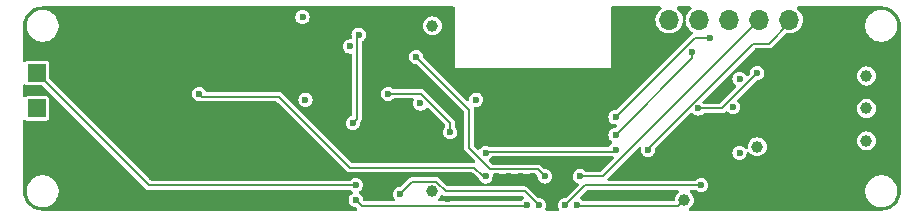
<source format=gbl>
G04 #@! TF.GenerationSoftware,KiCad,Pcbnew,8.0.4*
G04 #@! TF.CreationDate,2025-02-17T13:51:32+11:00*
G04 #@! TF.ProjectId,LSG,4c53472e-6b69-4636-9164-5f7063625858,rev?*
G04 #@! TF.SameCoordinates,Original*
G04 #@! TF.FileFunction,Copper,L4,Bot*
G04 #@! TF.FilePolarity,Positive*
%FSLAX46Y46*%
G04 Gerber Fmt 4.6, Leading zero omitted, Abs format (unit mm)*
G04 Created by KiCad (PCBNEW 8.0.4) date 2025-02-17 13:51:32*
%MOMM*%
%LPD*%
G01*
G04 APERTURE LIST*
G04 #@! TA.AperFunction,ComponentPad*
%ADD10C,1.000000*%
G04 #@! TD*
G04 #@! TA.AperFunction,ComponentPad*
%ADD11R,1.500000X1.500000*%
G04 #@! TD*
G04 #@! TA.AperFunction,ComponentPad*
%ADD12O,1.700000X1.100000*%
G04 #@! TD*
G04 #@! TA.AperFunction,ComponentPad*
%ADD13R,1.700000X1.700000*%
G04 #@! TD*
G04 #@! TA.AperFunction,ComponentPad*
%ADD14O,1.700000X1.700000*%
G04 #@! TD*
G04 #@! TA.AperFunction,ViaPad*
%ADD15C,0.600000*%
G04 #@! TD*
G04 #@! TA.AperFunction,ViaPad*
%ADD16C,1.000000*%
G04 #@! TD*
G04 #@! TA.AperFunction,Conductor*
%ADD17C,0.200000*%
G04 #@! TD*
G04 APERTURE END LIST*
D10*
X-2500000Y7000000D03*
D11*
X-36000000Y-3000000D03*
D10*
X18825000Y-7750000D03*
D12*
X32000000Y-4320000D03*
X35800000Y-4320000D03*
X32000000Y4320000D03*
X35800000Y4320000D03*
D11*
X-36000000Y3000000D03*
D13*
X15000000Y7500000D03*
D14*
X17540000Y7500000D03*
X20080000Y7500000D03*
X22620000Y7500000D03*
X25160000Y7500000D03*
X27700000Y7500000D03*
D11*
X-36000000Y0D03*
D10*
X-2500000Y-7000000D03*
D15*
X-1180000Y-7630000D03*
X-16000000Y-1000000D03*
X29500000Y5500000D03*
X10000000Y-750000D03*
X29500000Y2250000D03*
X-27000000Y-4500000D03*
X10000000Y-4750000D03*
X8000000Y1250000D03*
X4000000Y-2250000D03*
X-5250000Y-500000D03*
X-33500000Y4250000D03*
X5000000Y1250000D03*
X14250000Y-7500000D03*
X5000000Y-5750000D03*
X-15000000Y-4500000D03*
X17000000Y4750000D03*
X4000000Y-5750000D03*
X-11750000Y-1000000D03*
X10000000Y250000D03*
X3000000Y1250000D03*
X10000000Y-1750000D03*
X6000000Y-2250000D03*
X4000000Y-250000D03*
X7000000Y1250000D03*
X2000000Y1250000D03*
X10000000Y-2750000D03*
X-9000000Y-3000000D03*
X6000000Y-250000D03*
X8000000Y-5750000D03*
X4000000Y-4250000D03*
X8000000Y-250000D03*
X-7250000Y-500000D03*
X3000000Y-5750000D03*
X9000000Y1250000D03*
X10000000Y1250000D03*
X8000000Y-2250000D03*
X2000000Y-750000D03*
X2000000Y-2750000D03*
X8000000Y-4250000D03*
X2000000Y-1750000D03*
X-33500000Y-4250000D03*
X9000000Y-5750000D03*
X4000000Y1250000D03*
X26750000Y-1750000D03*
X6000000Y-5750000D03*
X-27000000Y-1000000D03*
X6000000Y-4250000D03*
X6000000Y1250000D03*
X-6500000Y7500000D03*
X-15000000Y4500000D03*
X13750000Y4500000D03*
X-27000000Y4500000D03*
X27000000Y1000000D03*
X2000000Y250000D03*
X-13500000Y7750000D03*
D16*
X25000000Y-3250000D03*
D15*
X23500000Y2500000D03*
X22972947Y124419D03*
X-9500000Y5250000D03*
X-13250000Y750000D03*
X1199997Y750000D03*
X-3521772Y423242D03*
X-9000000Y-7750000D03*
X5500000Y-8200000D03*
D16*
X34250000Y-2750000D03*
X34250000Y2750000D03*
D15*
X23500000Y-3750000D03*
D16*
X34250000Y0D03*
D15*
X-8750000Y6250000D03*
X-9250000Y-1250000D03*
X-6250000Y1250000D03*
X-1000000Y-2000000D03*
X10000000Y-5750000D03*
X13000000Y-3500000D03*
X15750000Y-3500000D03*
X2000000Y-3750000D03*
X2000000Y-5750000D03*
X-22250000Y1250000D03*
X25000000Y3000000D03*
X20000000Y0D03*
X21000000Y6000000D03*
X13000000Y-750000D03*
X19500000Y4750000D03*
X13000000Y-2250000D03*
X-9000000Y-6500000D03*
X9750000Y-8200000D03*
X20250000Y-6500000D03*
X8750000Y-8200000D03*
X6500000Y-8200000D03*
X-5250000Y-7250000D03*
X7000000Y-5750000D03*
X-3875000Y4375000D03*
D17*
X-9000000Y-6500000D02*
X-26500000Y-6500000D01*
X-26500000Y-6500000D02*
X-36000000Y3000000D01*
X-8500000Y-8250000D02*
X-9000000Y-7750000D01*
X5500000Y-8200000D02*
X5450000Y-8250000D01*
X5450000Y-8250000D02*
X-8500000Y-8250000D01*
X-8900000Y-900000D02*
X-9250000Y-1250000D01*
X-8750000Y6250000D02*
X-8900000Y6100000D01*
X-8900000Y6100000D02*
X-8900000Y-900000D01*
X-1000000Y-1250000D02*
X-3500000Y1250000D01*
X-1000000Y-2000000D02*
X-1000000Y-1250000D01*
X-3500000Y1250000D02*
X-6250000Y1250000D01*
X10000000Y-5750000D02*
X11910000Y-5750000D01*
X11910000Y-5750000D02*
X25160000Y7500000D01*
X27700000Y7200000D02*
X27700000Y7500000D01*
X12850000Y-3650000D02*
X13000000Y-3500000D01*
X2000000Y-3750000D02*
X2100000Y-3650000D01*
X26000000Y5500000D02*
X27700000Y7200000D01*
X15750000Y-3401471D02*
X24651471Y5500000D01*
X24651471Y5500000D02*
X26000000Y5500000D01*
X2100000Y-3650000D02*
X12850000Y-3650000D01*
X15750000Y-3500000D02*
X15750000Y-3401471D01*
X-15500000Y1000000D02*
X-22000000Y1000000D01*
X-22000000Y1000000D02*
X-22250000Y1250000D01*
X2000000Y-5750000D02*
X1802941Y-5750000D01*
X-9500000Y-5000000D02*
X-15500000Y1000000D01*
X1802941Y-5750000D02*
X1052941Y-5000000D01*
X1052941Y-5000000D02*
X-9500000Y-5000000D01*
X22000000Y0D02*
X20000000Y0D01*
X25000000Y3000000D02*
X22000000Y0D01*
X21000000Y6000000D02*
X19750000Y6000000D01*
X19750000Y6000000D02*
X13000000Y-750000D01*
X19500000Y4250000D02*
X19500000Y4750000D01*
X13000000Y-2250000D02*
X19500000Y4250000D01*
X18325000Y-8250000D02*
X18825000Y-7750000D01*
X9750000Y-8200000D02*
X9800000Y-8250000D01*
X9800000Y-8250000D02*
X18325000Y-8250000D01*
X10450000Y-6500000D02*
X20250000Y-6500000D01*
X8750000Y-8200000D02*
X10450000Y-6500000D01*
X6500000Y-8200000D02*
X5300000Y-7000000D01*
X5300000Y-7000000D02*
X-1368629Y-7000000D01*
X-2168629Y-6200000D02*
X-4200000Y-6200000D01*
X-1368629Y-7000000D02*
X-2168629Y-6200000D01*
X-4200000Y-6200000D02*
X-5250000Y-7250000D01*
X7000000Y-5750000D02*
X6400000Y-5150000D01*
X599997Y-99997D02*
X599997Y-3349997D01*
X-3875000Y4375000D02*
X599997Y-99997D01*
X599997Y-3349997D02*
X2000000Y-4750000D01*
X6400000Y-5150000D02*
X2400000Y-5150000D01*
X2400000Y-5150000D02*
X2000000Y-4750000D01*
G04 #@! TA.AperFunction,Conductor*
G36*
X-36944297Y2018880D02*
G01*
X-36937819Y2012848D01*
X-36922765Y1997794D01*
X-36819992Y1952415D01*
X-36794868Y1949500D01*
X-36794865Y1949500D01*
X-35567255Y1949500D01*
X-35500216Y1929815D01*
X-35479574Y1913181D01*
X-26745913Y-6820480D01*
X-26654588Y-6873207D01*
X-26552727Y-6900500D01*
X-26447273Y-6900500D01*
X-9506580Y-6900500D01*
X-9439541Y-6920185D01*
X-9431094Y-6926124D01*
X-9428282Y-6928281D01*
X-9428282Y-6928282D01*
X-9342053Y-6994448D01*
X-9300120Y-7026624D01*
X-9258917Y-7083052D01*
X-9254762Y-7152798D01*
X-9288974Y-7213718D01*
X-9300120Y-7223376D01*
X-9428280Y-7321716D01*
X-9428280Y-7321717D01*
X-9428282Y-7321718D01*
X-9524536Y-7447159D01*
X-9585044Y-7593238D01*
X-9585044Y-7593239D01*
X-9605681Y-7749996D01*
X-9605682Y-7750000D01*
X-9585044Y-7906762D01*
X-9524536Y-8052841D01*
X-9428282Y-8178282D01*
X-9302841Y-8274536D01*
X-9156762Y-8335044D01*
X-9000000Y-8355682D01*
X-8999997Y-8355681D01*
X-8996485Y-8356144D01*
X-8932589Y-8384410D01*
X-8924997Y-8391394D01*
X-8899619Y-8416771D01*
X-8878572Y-8437820D01*
X-8845088Y-8499143D01*
X-8850073Y-8568835D01*
X-8891945Y-8624768D01*
X-8957409Y-8649184D01*
X-8966254Y-8649500D01*
X-35495572Y-8649500D01*
X-35504418Y-8649184D01*
X-35725904Y-8633343D01*
X-35743416Y-8630825D01*
X-35956047Y-8584570D01*
X-35973023Y-8579586D01*
X-36176920Y-8503536D01*
X-36193013Y-8496186D01*
X-36384004Y-8391897D01*
X-36398887Y-8382332D01*
X-36573093Y-8251923D01*
X-36586464Y-8240337D01*
X-36740337Y-8086464D01*
X-36751923Y-8073093D01*
X-36882332Y-7898887D01*
X-36891897Y-7884004D01*
X-36996186Y-7693013D01*
X-37003536Y-7676920D01*
X-37079586Y-7473023D01*
X-37084570Y-7456047D01*
X-37130825Y-7243416D01*
X-37133343Y-7225904D01*
X-37149184Y-7004418D01*
X-37149500Y-6995572D01*
X-37149500Y-6893714D01*
X-36850501Y-6893714D01*
X-36850501Y-7106288D01*
X-36817247Y-7316244D01*
X-36751558Y-7518413D01*
X-36655052Y-7707817D01*
X-36655050Y-7707820D01*
X-36655049Y-7707821D01*
X-36530110Y-7879787D01*
X-36530107Y-7879789D01*
X-36530105Y-7879793D01*
X-36379793Y-8030105D01*
X-36379789Y-8030107D01*
X-36379787Y-8030110D01*
X-36302221Y-8086464D01*
X-36207817Y-8155052D01*
X-36018413Y-8251558D01*
X-35816244Y-8317247D01*
X-35606288Y-8350501D01*
X-35606287Y-8350501D01*
X-35393715Y-8350501D01*
X-35393714Y-8350501D01*
X-35183758Y-8317247D01*
X-34981589Y-8251558D01*
X-34792185Y-8155052D01*
X-34792182Y-8155050D01*
X-34792180Y-8155049D01*
X-34620214Y-8030110D01*
X-34469891Y-7879787D01*
X-34344952Y-7707821D01*
X-34248445Y-7518415D01*
X-34243196Y-7502262D01*
X-34182755Y-7316244D01*
X-34172262Y-7249998D01*
X-34149501Y-7106287D01*
X-34149501Y-6893714D01*
X-34182754Y-6683761D01*
X-34248445Y-6481586D01*
X-34344952Y-6292180D01*
X-34469891Y-6120214D01*
X-34620214Y-5969891D01*
X-34792180Y-5844952D01*
X-34981586Y-5748445D01*
X-35183761Y-5682754D01*
X-35183760Y-5682754D01*
X-35354203Y-5655758D01*
X-35393714Y-5649501D01*
X-35606288Y-5649501D01*
X-35669645Y-5659535D01*
X-35816240Y-5682754D01*
X-35816242Y-5682754D01*
X-35816244Y-5682755D01*
X-36018413Y-5748444D01*
X-36018414Y-5748444D01*
X-36018415Y-5748445D01*
X-36207821Y-5844952D01*
X-36379787Y-5969891D01*
X-36530110Y-6120214D01*
X-36655049Y-6292180D01*
X-36655050Y-6292182D01*
X-36655052Y-6292185D01*
X-36751558Y-6481589D01*
X-36817247Y-6683758D01*
X-36850501Y-6893714D01*
X-37149500Y-6893714D01*
X-37149500Y-1074832D01*
X-37129815Y-1007793D01*
X-37077011Y-962038D01*
X-37007853Y-952094D01*
X-36944297Y-981119D01*
X-36937831Y-987139D01*
X-36922765Y-1002206D01*
X-36819991Y-1047585D01*
X-36794865Y-1050500D01*
X-35205136Y-1050499D01*
X-35205122Y-1050497D01*
X-35205117Y-1050497D01*
X-35180012Y-1047586D01*
X-35180010Y-1047585D01*
X-35180009Y-1047585D01*
X-35077235Y-1002206D01*
X-34997794Y-922765D01*
X-34968301Y-855970D01*
X-34952415Y-819993D01*
X-34952415Y-819991D01*
X-34949500Y-794868D01*
X-34949500Y794856D01*
X-34949502Y794882D01*
X-34952413Y819987D01*
X-34952415Y819991D01*
X-34997793Y922764D01*
X-35077234Y1002205D01*
X-35077235Y1002206D01*
X-35180009Y1047585D01*
X-35205135Y1050500D01*
X-36794864Y1050499D01*
X-36794879Y1050497D01*
X-36794882Y1050497D01*
X-36819987Y1047586D01*
X-36819988Y1047585D01*
X-36819991Y1047585D01*
X-36922765Y1002206D01*
X-36937819Y987152D01*
X-36999142Y953667D01*
X-37068834Y958651D01*
X-37124767Y1000523D01*
X-37149184Y1065987D01*
X-37149500Y1074833D01*
X-37149500Y1925167D01*
X-37129815Y1992206D01*
X-37077011Y2037961D01*
X-37007853Y2047905D01*
X-36944297Y2018880D01*
G37*
G04 #@! TD.AperFunction*
G04 #@! TA.AperFunction,Conductor*
G36*
X-656961Y8629815D02*
G01*
X-611206Y8577011D01*
X-600000Y8525500D01*
X-600000Y3400000D01*
X12600000Y3400000D01*
X12600000Y8525500D01*
X12619685Y8592539D01*
X12672489Y8638294D01*
X12724000Y8649500D01*
X16775224Y8649500D01*
X16842263Y8629815D01*
X16888018Y8577011D01*
X16897962Y8507853D01*
X16868937Y8444297D01*
X16847728Y8426229D01*
X16848274Y8425508D01*
X16843703Y8422056D01*
X16843699Y8422053D01*
X16843698Y8422052D01*
X16728733Y8317247D01*
X16686127Y8278406D01*
X16557632Y8108253D01*
X16462596Y7917394D01*
X16462596Y7917392D01*
X16462595Y7917389D01*
X16453096Y7884004D01*
X16404244Y7712310D01*
X16384571Y7500000D01*
X16384571Y7499999D01*
X16404244Y7287689D01*
X16462596Y7082607D01*
X16462596Y7082605D01*
X16557632Y6891746D01*
X16686127Y6721593D01*
X16843699Y6577947D01*
X17024980Y6465702D01*
X17024982Y6465701D01*
X17223794Y6388682D01*
X17223802Y6388679D01*
X17433390Y6349500D01*
X17433392Y6349500D01*
X17646608Y6349500D01*
X17646610Y6349500D01*
X17856198Y6388679D01*
X18007448Y6447273D01*
X18055017Y6465701D01*
X18055019Y6465702D01*
X18150039Y6524536D01*
X18236302Y6577948D01*
X18393872Y6721593D01*
X18522366Y6891745D01*
X18522367Y6891746D01*
X18617403Y7082605D01*
X18617403Y7082607D01*
X18617405Y7082611D01*
X18675756Y7287690D01*
X18686529Y7403951D01*
X18712315Y7468888D01*
X18756869Y7500804D01*
X18720497Y7521668D01*
X18688307Y7583681D01*
X18686529Y7596048D01*
X18679035Y7676920D01*
X18675756Y7712310D01*
X18617405Y7917389D01*
X18592981Y7966439D01*
X18522367Y8108253D01*
X18522366Y8108253D01*
X18522366Y8108255D01*
X18393872Y8278407D01*
X18236302Y8422052D01*
X18236296Y8422056D01*
X18231726Y8425508D01*
X18233052Y8427264D01*
X18192862Y8472102D01*
X18181759Y8541084D01*
X18209713Y8605118D01*
X18267849Y8643874D01*
X18304776Y8649500D01*
X19315224Y8649500D01*
X19382263Y8629815D01*
X19428018Y8577011D01*
X19437962Y8507853D01*
X19408937Y8444297D01*
X19387728Y8426229D01*
X19388274Y8425508D01*
X19383703Y8422056D01*
X19383699Y8422053D01*
X19383698Y8422052D01*
X19268733Y8317247D01*
X19226127Y8278406D01*
X19097632Y8108253D01*
X19002596Y7917394D01*
X19002596Y7917392D01*
X19002595Y7917389D01*
X18993096Y7884004D01*
X18944244Y7712310D01*
X18933471Y7596048D01*
X18907685Y7531111D01*
X18863130Y7499194D01*
X18899503Y7478331D01*
X18931693Y7416318D01*
X18933471Y7403951D01*
X18944244Y7287689D01*
X19002596Y7082607D01*
X19002596Y7082605D01*
X19097632Y6891746D01*
X19226127Y6721593D01*
X19383700Y6577945D01*
X19483963Y6515865D01*
X19530598Y6463837D01*
X19541701Y6394855D01*
X19513747Y6330821D01*
X19506365Y6322757D01*
X19504089Y6320481D01*
X19504087Y6320480D01*
X19457818Y6274211D01*
X19425189Y6241582D01*
X19425179Y6241571D01*
X13075008Y-108597D01*
X13013685Y-142082D01*
X13003513Y-143855D01*
X12843238Y-164956D01*
X12843237Y-164956D01*
X12697160Y-225463D01*
X12571718Y-321718D01*
X12475463Y-447160D01*
X12414956Y-593237D01*
X12414955Y-593239D01*
X12394318Y-749998D01*
X12394318Y-750001D01*
X12414955Y-906760D01*
X12414956Y-906762D01*
X12475464Y-1052841D01*
X12571718Y-1178282D01*
X12697159Y-1274536D01*
X12843238Y-1335044D01*
X13000000Y-1355682D01*
X13015475Y-1353644D01*
X13084506Y-1364408D01*
X13136764Y-1410786D01*
X13155651Y-1478054D01*
X13135173Y-1544855D01*
X13119341Y-1564264D01*
X13075008Y-1608597D01*
X13013685Y-1642082D01*
X13003513Y-1643855D01*
X12843238Y-1664956D01*
X12843237Y-1664956D01*
X12697160Y-1725463D01*
X12571718Y-1821718D01*
X12475463Y-1947160D01*
X12414956Y-2093237D01*
X12414955Y-2093239D01*
X12394318Y-2249998D01*
X12394318Y-2250001D01*
X12414955Y-2406760D01*
X12414956Y-2406762D01*
X12475464Y-2552841D01*
X12571718Y-2678282D01*
X12662234Y-2747737D01*
X12699880Y-2776624D01*
X12741082Y-2833053D01*
X12745237Y-2902799D01*
X12711024Y-2963719D01*
X12699880Y-2973376D01*
X12697159Y-2975464D01*
X12571718Y-3071718D01*
X12485482Y-3184104D01*
X12472527Y-3200987D01*
X12416099Y-3242189D01*
X12374151Y-3249500D01*
X2376257Y-3249500D01*
X2309218Y-3229815D01*
X2303900Y-3226075D01*
X2302836Y-3225461D01*
X2156765Y-3164957D01*
X2156760Y-3164955D01*
X2000001Y-3144318D01*
X1999999Y-3144318D01*
X1843239Y-3164955D01*
X1843237Y-3164956D01*
X1697160Y-3225463D01*
X1665188Y-3249996D01*
X1571718Y-3321718D01*
X1489203Y-3429255D01*
X1470516Y-3453608D01*
X1468050Y-3451716D01*
X1428102Y-3489787D01*
X1359492Y-3502991D01*
X1294634Y-3477006D01*
X1283630Y-3467237D01*
X1036816Y-3220423D01*
X1003331Y-3159100D01*
X1000497Y-3132742D01*
X1000497Y-47272D01*
X1000497Y-47271D01*
X1000497Y-47270D01*
X988020Y-704D01*
X989683Y69142D01*
X1028845Y127005D01*
X1093074Y154509D01*
X1123979Y154325D01*
X1199994Y144318D01*
X1199997Y144318D01*
X1199998Y144318D01*
X1356757Y164955D01*
X1356759Y164956D01*
X1502836Y225463D01*
X1502838Y225464D01*
X1628279Y321718D01*
X1724533Y447159D01*
X1785041Y593238D01*
X1802449Y725464D01*
X1805679Y749998D01*
X1805679Y750001D01*
X1785041Y906760D01*
X1785041Y906762D01*
X1724533Y1052841D01*
X1628279Y1178282D01*
X1502838Y1274536D01*
X1356759Y1335044D01*
X1252251Y1348802D01*
X1199998Y1355682D01*
X1199996Y1355682D01*
X1121616Y1345363D01*
X1043235Y1335044D01*
X897156Y1274536D01*
X771715Y1178282D01*
X675461Y1052841D01*
X675460Y1052839D01*
X614953Y906762D01*
X614953Y906760D01*
X594802Y753705D01*
X566535Y689809D01*
X508210Y651338D01*
X438346Y650507D01*
X384184Y682208D01*
X-3233597Y4299990D01*
X-3267082Y4361313D01*
X-3268855Y4371485D01*
X-3289956Y4531761D01*
X-3289956Y4531762D01*
X-3350463Y4677839D01*
X-3350464Y4677841D01*
X-3446718Y4803282D01*
X-3572159Y4899536D01*
X-3718238Y4960044D01*
X-3796619Y4970363D01*
X-3874999Y4980682D01*
X-3875001Y4980682D01*
X-3927254Y4973802D01*
X-4031762Y4960044D01*
X-4177841Y4899536D01*
X-4303282Y4803282D01*
X-4399536Y4677841D01*
X-4460044Y4531762D01*
X-4460044Y4531761D01*
X-4460044Y4531760D01*
X-4480682Y4375001D01*
X-4480682Y4374998D01*
X-4472185Y4310458D01*
X-4460044Y4218238D01*
X-4399536Y4072159D01*
X-4303282Y3946718D01*
X-4177841Y3850464D01*
X-4031762Y3789956D01*
X-3975577Y3782559D01*
X-3871485Y3768855D01*
X-3807589Y3740588D01*
X-3799990Y3733597D01*
X163178Y-229571D01*
X196663Y-290894D01*
X199497Y-317252D01*
X199497Y-3297270D01*
X199497Y-3402724D01*
X203476Y-3417573D01*
X226790Y-3504586D01*
X244563Y-3535368D01*
X279517Y-3595910D01*
X279519Y-3595912D01*
X1071426Y-4387819D01*
X1104911Y-4449142D01*
X1099927Y-4518834D01*
X1058055Y-4574767D01*
X992591Y-4599184D01*
X983745Y-4599500D01*
X-9282745Y-4599500D01*
X-9349784Y-4579815D01*
X-9370426Y-4563181D01*
X-14683608Y750001D01*
X-13855682Y750001D01*
X-13855682Y749998D01*
X-13852452Y725464D01*
X-13835044Y593238D01*
X-13774536Y447159D01*
X-13678282Y321718D01*
X-13552841Y225464D01*
X-13552839Y225463D01*
X-13406762Y164956D01*
X-13406760Y164955D01*
X-13250001Y144318D01*
X-13250000Y144318D01*
X-13249999Y144318D01*
X-13093239Y164955D01*
X-13093237Y164956D01*
X-12947160Y225463D01*
X-12821718Y321718D01*
X-12725463Y447160D01*
X-12664956Y593237D01*
X-12664955Y593239D01*
X-12644318Y749998D01*
X-12644318Y750001D01*
X-12664955Y906760D01*
X-12664956Y906762D01*
X-12725463Y1052839D01*
X-12725464Y1052841D01*
X-12821718Y1178282D01*
X-12947159Y1274536D01*
X-13093238Y1335044D01*
X-13171619Y1345363D01*
X-13249999Y1355682D01*
X-13250001Y1355682D01*
X-13302254Y1348802D01*
X-13406762Y1335044D01*
X-13552841Y1274536D01*
X-13678282Y1178282D01*
X-13774536Y1052841D01*
X-13835044Y906762D01*
X-13835044Y906760D01*
X-13855682Y750001D01*
X-14683608Y750001D01*
X-15254084Y1320477D01*
X-15254087Y1320480D01*
X-15345412Y1373207D01*
X-15447273Y1400500D01*
X-15447275Y1400500D01*
X-21579508Y1400500D01*
X-21646547Y1420185D01*
X-21692302Y1472989D01*
X-21694069Y1477047D01*
X-21725463Y1552839D01*
X-21725464Y1552841D01*
X-21821718Y1678282D01*
X-21947159Y1774536D01*
X-22093238Y1835044D01*
X-22171619Y1845363D01*
X-22249999Y1855682D01*
X-22250001Y1855682D01*
X-22302254Y1848802D01*
X-22406762Y1835044D01*
X-22552841Y1774536D01*
X-22678282Y1678282D01*
X-22774536Y1552841D01*
X-22835044Y1406762D01*
X-22855682Y1250000D01*
X-22835044Y1093238D01*
X-22774536Y947159D01*
X-22678282Y821718D01*
X-22552841Y725464D01*
X-22552839Y725463D01*
X-22406762Y664956D01*
X-22406760Y664955D01*
X-22250002Y644318D01*
X-22250001Y644318D01*
X-22250000Y644318D01*
X-22238749Y645799D01*
X-22169714Y635031D01*
X-22160575Y630250D01*
X-22154587Y626793D01*
X-22052727Y599500D01*
X-21947273Y599500D01*
X-15717255Y599500D01*
X-15650216Y579815D01*
X-15629574Y563181D01*
X-9820481Y-5245912D01*
X-9820480Y-5245913D01*
X-9745913Y-5320480D01*
X-9654587Y-5373207D01*
X-9552727Y-5400500D01*
X835686Y-5400500D01*
X902725Y-5420185D01*
X923367Y-5436819D01*
X1412820Y-5926272D01*
X1439700Y-5966500D01*
X1475462Y-6052838D01*
X1475463Y-6052839D01*
X1475464Y-6052841D01*
X1571718Y-6178282D01*
X1697159Y-6274536D01*
X1843238Y-6335044D01*
X1905478Y-6343238D01*
X1976293Y-6352561D01*
X1996922Y-6361686D01*
X2004957Y-6356523D01*
X2023707Y-6352561D01*
X2094514Y-6343239D01*
X2156762Y-6335044D01*
X2302841Y-6274536D01*
X2428282Y-6178282D01*
X2524536Y-6052841D01*
X2585044Y-5906762D01*
X2605682Y-5750000D01*
X2597873Y-5690685D01*
X2608638Y-5621650D01*
X2655018Y-5569394D01*
X2720812Y-5550500D01*
X6182745Y-5550500D01*
X6249784Y-5570185D01*
X6270426Y-5586819D01*
X6358597Y-5674990D01*
X6392082Y-5736313D01*
X6393855Y-5746485D01*
X6414956Y-5906761D01*
X6414956Y-5906762D01*
X6441104Y-5969890D01*
X6475464Y-6052841D01*
X6571718Y-6178282D01*
X6697159Y-6274536D01*
X6843238Y-6335044D01*
X6905478Y-6343238D01*
X6999999Y-6355682D01*
X7000000Y-6355682D01*
X7000001Y-6355682D01*
X7094514Y-6343239D01*
X7156762Y-6335044D01*
X7302841Y-6274536D01*
X7428282Y-6178282D01*
X7524536Y-6052841D01*
X7585044Y-5906762D01*
X7605682Y-5750000D01*
X7605477Y-5748445D01*
X7585044Y-5593239D01*
X7585044Y-5593238D01*
X7524536Y-5447159D01*
X7428282Y-5321718D01*
X7302841Y-5225464D01*
X7156762Y-5164956D01*
X7100577Y-5157559D01*
X6996485Y-5143855D01*
X6932589Y-5115588D01*
X6924990Y-5108597D01*
X6645915Y-4829522D01*
X6645913Y-4829520D01*
X6600250Y-4803156D01*
X6554589Y-4776793D01*
X6503657Y-4763146D01*
X6452727Y-4749500D01*
X6452726Y-4749500D01*
X2617255Y-4749500D01*
X2550216Y-4729815D01*
X2529574Y-4713181D01*
X2282762Y-4466369D01*
X2249277Y-4405046D01*
X2254261Y-4335354D01*
X2296133Y-4279421D01*
X2298554Y-4277824D01*
X2302836Y-4274537D01*
X2302841Y-4274536D01*
X2428282Y-4178282D01*
X2489106Y-4099013D01*
X2545534Y-4057811D01*
X2587482Y-4050500D01*
X12735177Y-4050500D01*
X12782631Y-4059940D01*
X12788688Y-4062449D01*
X12843091Y-4106291D01*
X12865155Y-4172585D01*
X12847875Y-4240284D01*
X12828915Y-4264690D01*
X11780426Y-5313181D01*
X11719103Y-5346666D01*
X11692745Y-5349500D01*
X10506580Y-5349500D01*
X10439541Y-5329815D01*
X10431093Y-5323876D01*
X10428283Y-5321720D01*
X10428282Y-5321718D01*
X10302841Y-5225464D01*
X10156762Y-5164956D01*
X10156760Y-5164955D01*
X10000001Y-5144318D01*
X9999999Y-5144318D01*
X9843239Y-5164955D01*
X9843237Y-5164956D01*
X9697160Y-5225463D01*
X9571718Y-5321718D01*
X9475463Y-5447160D01*
X9414956Y-5593237D01*
X9414955Y-5593239D01*
X9394318Y-5749998D01*
X9394318Y-5750001D01*
X9414955Y-5906760D01*
X9414956Y-5906762D01*
X9441104Y-5969890D01*
X9475464Y-6052841D01*
X9571718Y-6178282D01*
X9697159Y-6274536D01*
X9816973Y-6324164D01*
X9871375Y-6368003D01*
X9893440Y-6434297D01*
X9876161Y-6501997D01*
X9857200Y-6526405D01*
X8825008Y-7558597D01*
X8763685Y-7592082D01*
X8753513Y-7593855D01*
X8593238Y-7614956D01*
X8593237Y-7614956D01*
X8447160Y-7675463D01*
X8321718Y-7771718D01*
X8225463Y-7897160D01*
X8164956Y-8043237D01*
X8164955Y-8043239D01*
X8144318Y-8199998D01*
X8144318Y-8200001D01*
X8164955Y-8356760D01*
X8164956Y-8356762D01*
X8215194Y-8478047D01*
X8222663Y-8547517D01*
X8191388Y-8609996D01*
X8131299Y-8645648D01*
X8100633Y-8649500D01*
X7149367Y-8649500D01*
X7082328Y-8629815D01*
X7036573Y-8577011D01*
X7026629Y-8507853D01*
X7034806Y-8478047D01*
X7045493Y-8452247D01*
X7085044Y-8356762D01*
X7105682Y-8200000D01*
X7099764Y-8155051D01*
X7085044Y-8043239D01*
X7085044Y-8043238D01*
X7024536Y-7897159D01*
X6928282Y-7771718D01*
X6802841Y-7675464D01*
X6790895Y-7670516D01*
X6704597Y-7634770D01*
X6656762Y-7614956D01*
X6600577Y-7607559D01*
X6496485Y-7593855D01*
X6432589Y-7565588D01*
X6424990Y-7558597D01*
X5545915Y-6679522D01*
X5545913Y-6679520D01*
X5484140Y-6643855D01*
X5454589Y-6626793D01*
X5386678Y-6608597D01*
X5352727Y-6599500D01*
X5352726Y-6599500D01*
X2039892Y-6599500D01*
X2000574Y-6587955D01*
X1979214Y-6598019D01*
X1960108Y-6599500D01*
X-1151374Y-6599500D01*
X-1218413Y-6579815D01*
X-1239055Y-6563181D01*
X-1922713Y-5879522D01*
X-1922716Y-5879520D01*
X-2014039Y-5826793D01*
X-2115902Y-5799500D01*
X-4147273Y-5799500D01*
X-4252727Y-5799500D01*
X-4303657Y-5813146D01*
X-4354589Y-5826793D01*
X-4386040Y-5844952D01*
X-4445913Y-5879520D01*
X-4445915Y-5879522D01*
X-5174990Y-6608597D01*
X-5236313Y-6642082D01*
X-5246485Y-6643855D01*
X-5344507Y-6656760D01*
X-5406762Y-6664956D01*
X-5552841Y-6725464D01*
X-5678282Y-6821718D01*
X-5774536Y-6947159D01*
X-5835044Y-7093238D01*
X-5835044Y-7093239D01*
X-5850905Y-7213718D01*
X-5855682Y-7250000D01*
X-5835044Y-7406762D01*
X-5774536Y-7552841D01*
X-5774535Y-7552842D01*
X-5699973Y-7650014D01*
X-5674779Y-7715183D01*
X-5688817Y-7783628D01*
X-5737631Y-7833617D01*
X-5798349Y-7849500D01*
X-8272473Y-7849500D01*
X-8339512Y-7829815D01*
X-8385267Y-7777011D01*
X-8395412Y-7741686D01*
X-8414956Y-7593238D01*
X-8414956Y-7593237D01*
X-8475463Y-7447160D01*
X-8571718Y-7321718D01*
X-8699880Y-7223376D01*
X-8741082Y-7166947D01*
X-8745237Y-7097201D01*
X-8711024Y-7036281D01*
X-8699880Y-7026624D01*
X-8665178Y-6999996D01*
X-8571718Y-6928282D01*
X-8475464Y-6802841D01*
X-8424383Y-6679522D01*
X-8414956Y-6656762D01*
X-8414955Y-6656760D01*
X-8394318Y-6500001D01*
X-8394318Y-6499998D01*
X-8414955Y-6343239D01*
X-8414956Y-6343237D01*
X-8475463Y-6197160D01*
X-8571718Y-6071718D01*
X-8697160Y-5975463D01*
X-8843237Y-5914956D01*
X-8843239Y-5914955D01*
X-8999999Y-5894318D01*
X-9000001Y-5894318D01*
X-9156760Y-5914955D01*
X-9156762Y-5914956D01*
X-9289384Y-5969890D01*
X-9302841Y-5975464D01*
X-9428282Y-6071718D01*
X-9428283Y-6071720D01*
X-9431093Y-6073876D01*
X-9496263Y-6099070D01*
X-9506580Y-6099500D01*
X-26282745Y-6099500D01*
X-26349784Y-6079815D01*
X-26370426Y-6063181D01*
X-34913181Y2479574D01*
X-34946666Y2540897D01*
X-34949500Y2567255D01*
X-34949500Y3794856D01*
X-34949502Y3794882D01*
X-34952413Y3819987D01*
X-34952415Y3819991D01*
X-34997793Y3922764D01*
X-35077234Y4002205D01*
X-35077235Y4002206D01*
X-35180009Y4047585D01*
X-35205135Y4050500D01*
X-36794864Y4050499D01*
X-36794879Y4050497D01*
X-36794882Y4050497D01*
X-36819987Y4047586D01*
X-36819988Y4047585D01*
X-36819991Y4047585D01*
X-36922765Y4002206D01*
X-36937819Y3987152D01*
X-36999142Y3953667D01*
X-37068834Y3958651D01*
X-37124767Y4000523D01*
X-37149184Y4065987D01*
X-37149500Y4074833D01*
X-37149500Y5250001D01*
X-10105682Y5250001D01*
X-10105682Y5249998D01*
X-10096403Y5179520D01*
X-10085044Y5093238D01*
X-10024536Y4947159D01*
X-9928282Y4821718D01*
X-9802841Y4725464D01*
X-9802839Y4725463D01*
X-9656762Y4664956D01*
X-9656760Y4664955D01*
X-9500001Y4644318D01*
X-9500000Y4644318D01*
X-9499997Y4644318D01*
X-9440684Y4652126D01*
X-9371649Y4641360D01*
X-9319393Y4594979D01*
X-9300500Y4529187D01*
X-9300500Y-542221D01*
X-9320185Y-609260D01*
X-9372989Y-655015D01*
X-9399009Y-662489D01*
X-9398912Y-662853D01*
X-9406762Y-664956D01*
X-9552841Y-725464D01*
X-9678282Y-821718D01*
X-9774536Y-947159D01*
X-9835044Y-1093238D01*
X-9855219Y-1246485D01*
X-9855682Y-1250000D01*
X-9835044Y-1406762D01*
X-9774536Y-1552841D01*
X-9678282Y-1678282D01*
X-9552841Y-1774536D01*
X-9406762Y-1835044D01*
X-9344514Y-1843239D01*
X-9250001Y-1855682D01*
X-9250000Y-1855682D01*
X-9249999Y-1855682D01*
X-9155478Y-1843238D01*
X-9093238Y-1835044D01*
X-8947159Y-1774536D01*
X-8821718Y-1678282D01*
X-8725464Y-1552841D01*
X-8700850Y-1493419D01*
X-8664956Y-1406762D01*
X-8664956Y-1406761D01*
X-8643855Y-1246485D01*
X-8615588Y-1182589D01*
X-8608597Y-1174990D01*
X-8579522Y-1145915D01*
X-8579520Y-1145913D01*
X-8549108Y-1093238D01*
X-8526793Y-1054588D01*
X-8526324Y-1052841D01*
X-8507107Y-981119D01*
X-8499499Y-952727D01*
X-8499499Y-847273D01*
X-8499499Y-839678D01*
X-8499500Y-839660D01*
X-8499500Y1250000D01*
X-6855682Y1250000D01*
X-6835044Y1093238D01*
X-6774536Y947159D01*
X-6678282Y821718D01*
X-6552841Y725464D01*
X-6552839Y725463D01*
X-6406762Y664956D01*
X-6406760Y664955D01*
X-6250001Y644318D01*
X-6250000Y644318D01*
X-6249999Y644318D01*
X-6093239Y664955D01*
X-6093237Y664956D01*
X-5947160Y725463D01*
X-5882372Y775177D01*
X-5821718Y821718D01*
X-5821716Y821720D01*
X-5818907Y823876D01*
X-5753737Y849070D01*
X-5743420Y849500D01*
X-4180766Y849500D01*
X-4113727Y829815D01*
X-4067972Y777011D01*
X-4058028Y707853D01*
X-4066204Y678048D01*
X-4106816Y580004D01*
X-4106816Y580002D01*
X-4126790Y428282D01*
X-4127454Y423242D01*
X-4106816Y266480D01*
X-4046308Y120401D01*
X-3950054Y-5040D01*
X-3824613Y-101294D01*
X-3678534Y-161802D01*
X-3574026Y-175560D01*
X-3521773Y-182440D01*
X-3521772Y-182440D01*
X-3521771Y-182440D01*
X-3443391Y-172121D01*
X-3365010Y-161802D01*
X-3218931Y-101294D01*
X-3093490Y-5040D01*
X-3057067Y42427D01*
X-3000641Y83628D01*
X-2930895Y87783D01*
X-2871014Y54621D01*
X-2153904Y-662489D01*
X-1436819Y-1379574D01*
X-1403334Y-1440897D01*
X-1400500Y-1467255D01*
X-1400500Y-1493419D01*
X-1420185Y-1560458D01*
X-1426124Y-1568905D01*
X-1524535Y-1697157D01*
X-1524535Y-1697158D01*
X-1524536Y-1697159D01*
X-1585044Y-1843238D01*
X-1585044Y-1843239D01*
X-1601025Y-1964630D01*
X-1605682Y-2000000D01*
X-1585044Y-2156762D01*
X-1524536Y-2302841D01*
X-1428282Y-2428282D01*
X-1302841Y-2524536D01*
X-1156762Y-2585044D01*
X-1052254Y-2598802D01*
X-1000001Y-2605682D01*
X-1000000Y-2605682D01*
X-999999Y-2605682D01*
X-921619Y-2595363D01*
X-843238Y-2585044D01*
X-697159Y-2524536D01*
X-571718Y-2428282D01*
X-475464Y-2302841D01*
X-453576Y-2250000D01*
X-414956Y-2156762D01*
X-414955Y-2156760D01*
X-394318Y-2000001D01*
X-394318Y-1999998D01*
X-414955Y-1843239D01*
X-414956Y-1843237D01*
X-475464Y-1697157D01*
X-573876Y-1568905D01*
X-599070Y-1503736D01*
X-599500Y-1493419D01*
X-599500Y-1197273D01*
X-619346Y-1123206D01*
X-619346Y-1123205D01*
X-626792Y-1095412D01*
X-679518Y-1004090D01*
X-679522Y-1004084D01*
X-3254084Y1570477D01*
X-3254087Y1570480D01*
X-3345412Y1623207D01*
X-3447273Y1650500D01*
X-3447275Y1650500D01*
X-5743420Y1650500D01*
X-5810459Y1670185D01*
X-5818907Y1676124D01*
X-5821716Y1678279D01*
X-5821718Y1678282D01*
X-5947159Y1774536D01*
X-6093238Y1835044D01*
X-6171619Y1845363D01*
X-6249999Y1855682D01*
X-6250001Y1855682D01*
X-6302254Y1848802D01*
X-6406762Y1835044D01*
X-6552841Y1774536D01*
X-6678282Y1678282D01*
X-6774536Y1552841D01*
X-6835044Y1406762D01*
X-6855682Y1250000D01*
X-8499500Y1250000D01*
X-8499500Y5624151D01*
X-8479815Y5691190D01*
X-8450987Y5722527D01*
X-8417209Y5748445D01*
X-8321718Y5821718D01*
X-8303892Y5844949D01*
X-8225463Y5947160D01*
X-8164956Y6093237D01*
X-8164955Y6093239D01*
X-8144318Y6249998D01*
X-8144318Y6250001D01*
X-8164955Y6406760D01*
X-8164956Y6406762D01*
X-8225463Y6552839D01*
X-8225464Y6552841D01*
X-8321718Y6678282D01*
X-8447159Y6774536D01*
X-8593238Y6835044D01*
X-8671619Y6845363D01*
X-8749999Y6855682D01*
X-8750001Y6855682D01*
X-8802254Y6848802D01*
X-8906762Y6835044D01*
X-9052841Y6774536D01*
X-9178282Y6678282D01*
X-9274536Y6552841D01*
X-9335044Y6406762D01*
X-9340579Y6364721D01*
X-9355682Y6250001D01*
X-9355682Y6249998D01*
X-9348367Y6194435D01*
X-9335044Y6093238D01*
X-9335042Y6093234D01*
X-9309939Y6032628D01*
X-9300500Y5985176D01*
X-9300500Y5970812D01*
X-9320185Y5903773D01*
X-9372989Y5858018D01*
X-9440685Y5847873D01*
X-9500000Y5855682D01*
X-9500001Y5855682D01*
X-9552254Y5848802D01*
X-9656762Y5835044D01*
X-9802841Y5774536D01*
X-9928282Y5678282D01*
X-10024536Y5552841D01*
X-10085044Y5406762D01*
X-10085044Y5406760D01*
X-10105682Y5250001D01*
X-37149500Y5250001D01*
X-37149500Y6995572D01*
X-37149184Y7004418D01*
X-37141898Y7106288D01*
X-36850501Y7106288D01*
X-36850501Y6893714D01*
X-36817247Y6683758D01*
X-36751558Y6481589D01*
X-36684255Y6349500D01*
X-36655049Y6292180D01*
X-36530110Y6120214D01*
X-36379787Y5969891D01*
X-36207821Y5844952D01*
X-36207817Y5844950D01*
X-36018413Y5748444D01*
X-35816244Y5682755D01*
X-35816242Y5682754D01*
X-35816241Y5682754D01*
X-35654958Y5657209D01*
X-35606288Y5649501D01*
X-35606287Y5649501D01*
X-35393715Y5649501D01*
X-35393714Y5649501D01*
X-35345043Y5657209D01*
X-35183761Y5682754D01*
X-34981586Y5748445D01*
X-34792180Y5844952D01*
X-34620214Y5969891D01*
X-34469891Y6120214D01*
X-34344952Y6292180D01*
X-34248445Y6481586D01*
X-34182754Y6683761D01*
X-34149501Y6893714D01*
X-34149501Y7000003D01*
X-3305565Y7000003D01*
X-3305565Y6999996D01*
X-3286979Y6835043D01*
X-3285368Y6820745D01*
X-3225789Y6650478D01*
X-3164440Y6552841D01*
X-3129815Y6497737D01*
X-3002262Y6370184D01*
X-2849523Y6274211D01*
X-2679254Y6214631D01*
X-2679249Y6214630D01*
X-2500004Y6194435D01*
X-2500000Y6194435D01*
X-2499996Y6194435D01*
X-2320750Y6214630D01*
X-2320745Y6214631D01*
X-2150476Y6274211D01*
X-1997737Y6370184D01*
X-1870184Y6497737D01*
X-1774211Y6650476D01*
X-1714631Y6820745D01*
X-1714630Y6820750D01*
X-1694435Y6999996D01*
X-1694435Y7000003D01*
X-1714630Y7179249D01*
X-1714631Y7179254D01*
X-1774211Y7349523D01*
X-1870184Y7502262D01*
X-1997737Y7629815D01*
X-1997738Y7629816D01*
X-2121876Y7707817D01*
X-2150476Y7725788D01*
X-2150478Y7725789D01*
X-2320745Y7785368D01*
X-2320750Y7785369D01*
X-2499996Y7805565D01*
X-2500004Y7805565D01*
X-2679249Y7785369D01*
X-2679252Y7785368D01*
X-2679255Y7785368D01*
X-2849522Y7725789D01*
X-3002262Y7629816D01*
X-3129816Y7502262D01*
X-3225789Y7349522D01*
X-3269199Y7225463D01*
X-3285368Y7179254D01*
X-3285369Y7179249D01*
X-3305565Y7000003D01*
X-34149501Y7000003D01*
X-34149501Y7106287D01*
X-34182754Y7316240D01*
X-34225292Y7447159D01*
X-34248444Y7518413D01*
X-34248445Y7518415D01*
X-34344952Y7707821D01*
X-34375597Y7750001D01*
X-14105682Y7750001D01*
X-14105682Y7749998D01*
X-14099173Y7700559D01*
X-14085044Y7593238D01*
X-14024536Y7447159D01*
X-13928282Y7321718D01*
X-13802841Y7225464D01*
X-13802839Y7225463D01*
X-13656762Y7164956D01*
X-13656760Y7164955D01*
X-13500001Y7144318D01*
X-13500000Y7144318D01*
X-13499999Y7144318D01*
X-13343239Y7164955D01*
X-13343237Y7164956D01*
X-13197160Y7225463D01*
X-13071718Y7321718D01*
X-12975463Y7447160D01*
X-12914956Y7593237D01*
X-12914955Y7593239D01*
X-12894318Y7749998D01*
X-12894318Y7750001D01*
X-12914955Y7906760D01*
X-12914956Y7906762D01*
X-12975463Y8052839D01*
X-12975464Y8052841D01*
X-13071718Y8178282D01*
X-13197159Y8274536D01*
X-13343238Y8335044D01*
X-13421619Y8345363D01*
X-13499999Y8355682D01*
X-13500001Y8355682D01*
X-13552254Y8348802D01*
X-13656762Y8335044D01*
X-13802841Y8274536D01*
X-13928282Y8178282D01*
X-14024536Y8052841D01*
X-14085044Y7906762D01*
X-14088595Y7879787D01*
X-14105682Y7750001D01*
X-34375597Y7750001D01*
X-34469891Y7879787D01*
X-34620214Y8030110D01*
X-34792180Y8155049D01*
X-34792184Y8155051D01*
X-34792185Y8155052D01*
X-34981589Y8251558D01*
X-35183758Y8317247D01*
X-35393714Y8350501D01*
X-35606288Y8350501D01*
X-35816244Y8317247D01*
X-36018413Y8251558D01*
X-36207817Y8155052D01*
X-36229790Y8139087D01*
X-36379787Y8030110D01*
X-36379789Y8030107D01*
X-36379793Y8030105D01*
X-36530105Y7879793D01*
X-36530107Y7879789D01*
X-36530110Y7879787D01*
X-36624406Y7749998D01*
X-36655052Y7707817D01*
X-36751558Y7518413D01*
X-36817247Y7316244D01*
X-36850501Y7106288D01*
X-37141898Y7106288D01*
X-37133343Y7225904D01*
X-37130825Y7243416D01*
X-37084570Y7456047D01*
X-37079586Y7473023D01*
X-37003536Y7676920D01*
X-36996186Y7693013D01*
X-36891897Y7884004D01*
X-36882332Y7898887D01*
X-36751923Y8073093D01*
X-36740337Y8086464D01*
X-36586464Y8240337D01*
X-36573093Y8251923D01*
X-36398887Y8382332D01*
X-36384004Y8391897D01*
X-36193013Y8496186D01*
X-36176920Y8503536D01*
X-35973023Y8579586D01*
X-35956047Y8584570D01*
X-35743416Y8630825D01*
X-35725904Y8633343D01*
X-35504418Y8649184D01*
X-35495572Y8649500D01*
X-35444486Y8649500D01*
X-724000Y8649500D01*
X-656961Y8629815D01*
G37*
G04 #@! TD.AperFunction*
G04 #@! TA.AperFunction,Conductor*
G36*
X35504417Y8649184D02*
G01*
X35526836Y8647580D01*
X35725904Y8633342D01*
X35743414Y8630824D01*
X35956046Y8584570D01*
X35973023Y8579586D01*
X36176920Y8503536D01*
X36193013Y8496186D01*
X36384004Y8391897D01*
X36398887Y8382332D01*
X36573093Y8251923D01*
X36586464Y8240337D01*
X36740337Y8086464D01*
X36751923Y8073093D01*
X36882332Y7898887D01*
X36891897Y7884004D01*
X36996186Y7693013D01*
X37003536Y7676920D01*
X37079586Y7473023D01*
X37084570Y7456046D01*
X37130824Y7243414D01*
X37133342Y7225904D01*
X37149184Y7004419D01*
X37149500Y6995572D01*
X37149500Y-6995572D01*
X37149184Y-7004419D01*
X37133342Y-7225904D01*
X37130824Y-7243414D01*
X37084570Y-7456046D01*
X37079586Y-7473023D01*
X37003536Y-7676920D01*
X36996186Y-7693013D01*
X36891897Y-7884004D01*
X36882332Y-7898887D01*
X36751923Y-8073093D01*
X36740337Y-8086464D01*
X36586464Y-8240337D01*
X36573093Y-8251923D01*
X36398887Y-8382332D01*
X36384004Y-8391897D01*
X36193013Y-8496186D01*
X36176920Y-8503536D01*
X35973023Y-8579586D01*
X35956046Y-8584570D01*
X35743414Y-8630824D01*
X35725904Y-8633342D01*
X35526836Y-8647580D01*
X35504417Y-8649184D01*
X35495572Y-8649500D01*
X19328476Y-8649500D01*
X19261437Y-8629815D01*
X19215682Y-8577011D01*
X19205738Y-8507853D01*
X19234763Y-8444297D01*
X19262504Y-8420506D01*
X19327262Y-8379816D01*
X19454816Y-8252262D01*
X19550789Y-8099522D01*
X19610368Y-7929255D01*
X19610369Y-7929249D01*
X19630565Y-7750003D01*
X19630565Y-7749996D01*
X19610369Y-7570750D01*
X19610368Y-7570745D01*
X19592057Y-7518415D01*
X19550789Y-7400478D01*
X19533653Y-7373207D01*
X19501301Y-7321718D01*
X19454816Y-7247738D01*
X19327262Y-7120184D01*
X19322338Y-7115260D01*
X19323609Y-7113988D01*
X19288705Y-7064260D01*
X19285855Y-6994448D01*
X19321200Y-6934178D01*
X19383518Y-6902584D01*
X19406158Y-6900500D01*
X19743420Y-6900500D01*
X19810459Y-6920185D01*
X19818907Y-6926124D01*
X19821716Y-6928279D01*
X19821718Y-6928282D01*
X19947159Y-7024536D01*
X20093238Y-7085044D01*
X20155478Y-7093238D01*
X20249999Y-7105682D01*
X20250000Y-7105682D01*
X20250001Y-7105682D01*
X20344514Y-7093239D01*
X20406762Y-7085044D01*
X20552841Y-7024536D01*
X20678282Y-6928282D01*
X20704808Y-6893713D01*
X34149500Y-6893713D01*
X34149500Y-7106286D01*
X34182753Y-7316239D01*
X34182753Y-7316241D01*
X34182754Y-7316243D01*
X34240726Y-7494663D01*
X34248444Y-7518414D01*
X34344951Y-7707820D01*
X34469890Y-7879786D01*
X34620213Y-8030109D01*
X34792179Y-8155048D01*
X34792181Y-8155049D01*
X34792184Y-8155051D01*
X34981588Y-8251557D01*
X35183757Y-8317246D01*
X35393713Y-8350500D01*
X35393714Y-8350500D01*
X35606286Y-8350500D01*
X35606287Y-8350500D01*
X35816243Y-8317246D01*
X36018412Y-8251557D01*
X36207816Y-8155051D01*
X36229789Y-8139086D01*
X36379786Y-8030109D01*
X36379788Y-8030106D01*
X36379792Y-8030104D01*
X36530104Y-7879792D01*
X36530108Y-7879787D01*
X36530109Y-7879786D01*
X36655048Y-7707820D01*
X36655050Y-7707817D01*
X36655051Y-7707816D01*
X36751557Y-7518412D01*
X36817246Y-7316243D01*
X36850500Y-7106287D01*
X36850500Y-6893713D01*
X36817246Y-6683757D01*
X36751557Y-6481588D01*
X36655051Y-6292184D01*
X36655049Y-6292181D01*
X36655048Y-6292179D01*
X36530109Y-6120213D01*
X36379786Y-5969890D01*
X36207820Y-5844951D01*
X36018414Y-5748444D01*
X36018413Y-5748443D01*
X36018412Y-5748443D01*
X35816243Y-5682754D01*
X35816241Y-5682753D01*
X35816240Y-5682753D01*
X35654957Y-5657208D01*
X35606287Y-5649500D01*
X35393713Y-5649500D01*
X35345042Y-5657208D01*
X35183760Y-5682753D01*
X34981585Y-5748444D01*
X34792179Y-5844951D01*
X34620213Y-5969890D01*
X34469890Y-6120213D01*
X34344951Y-6292179D01*
X34248444Y-6481585D01*
X34182753Y-6683760D01*
X34149500Y-6893713D01*
X20704808Y-6893713D01*
X20774536Y-6802841D01*
X20835044Y-6656762D01*
X20855682Y-6500000D01*
X20835044Y-6343238D01*
X20774536Y-6197159D01*
X20678282Y-6071718D01*
X20552841Y-5975464D01*
X20539384Y-5969890D01*
X20406762Y-5914956D01*
X20406760Y-5914955D01*
X20250001Y-5894318D01*
X20249999Y-5894318D01*
X20093239Y-5914955D01*
X20093237Y-5914956D01*
X19947160Y-5975463D01*
X19947159Y-5975464D01*
X19821718Y-6071718D01*
X19821716Y-6071720D01*
X19818907Y-6073876D01*
X19753737Y-6099070D01*
X19743420Y-6099500D01*
X12426255Y-6099500D01*
X12359216Y-6079815D01*
X12313461Y-6027011D01*
X12303517Y-5957853D01*
X12332542Y-5894297D01*
X12338574Y-5887819D01*
X13627209Y-4599184D01*
X14949381Y-3277011D01*
X15010703Y-3243527D01*
X15080395Y-3248511D01*
X15136328Y-3290383D01*
X15160745Y-3355847D01*
X15160000Y-3380878D01*
X15144318Y-3499998D01*
X15144318Y-3500001D01*
X15164955Y-3656760D01*
X15164956Y-3656762D01*
X15203576Y-3750000D01*
X15225464Y-3802841D01*
X15321718Y-3928282D01*
X15447159Y-4024536D01*
X15593238Y-4085044D01*
X15671619Y-4095363D01*
X15749999Y-4105682D01*
X15750000Y-4105682D01*
X15750001Y-4105682D01*
X15802254Y-4098802D01*
X15906762Y-4085044D01*
X16052841Y-4024536D01*
X16178282Y-3928282D01*
X16274536Y-3802841D01*
X16296424Y-3749998D01*
X22894318Y-3749998D01*
X22894318Y-3750001D01*
X22914955Y-3906760D01*
X22914956Y-3906762D01*
X22943547Y-3975788D01*
X22975464Y-4052841D01*
X23071718Y-4178282D01*
X23197159Y-4274536D01*
X23343238Y-4335044D01*
X23421619Y-4345363D01*
X23499999Y-4355682D01*
X23500000Y-4355682D01*
X23500001Y-4355682D01*
X23552254Y-4348802D01*
X23656762Y-4335044D01*
X23802841Y-4274536D01*
X23928282Y-4178282D01*
X24024536Y-4052841D01*
X24085044Y-3906762D01*
X24105682Y-3750000D01*
X24105681Y-3749998D01*
X24106351Y-3744915D01*
X24134617Y-3681018D01*
X24192942Y-3642547D01*
X24262806Y-3641716D01*
X24322030Y-3678788D01*
X24334283Y-3695127D01*
X24370182Y-3752260D01*
X24370184Y-3752262D01*
X24497738Y-3879816D01*
X24650478Y-3975789D01*
X24789789Y-4024536D01*
X24820745Y-4035368D01*
X24820750Y-4035369D01*
X24999996Y-4055565D01*
X25000000Y-4055565D01*
X25000004Y-4055565D01*
X25179249Y-4035369D01*
X25179252Y-4035368D01*
X25179255Y-4035368D01*
X25349522Y-3975789D01*
X25502262Y-3879816D01*
X25629816Y-3752262D01*
X25725789Y-3599522D01*
X25785368Y-3429255D01*
X25785369Y-3429249D01*
X25805565Y-3250003D01*
X25805565Y-3249996D01*
X25785369Y-3070750D01*
X25785368Y-3070745D01*
X25747918Y-2963719D01*
X25725789Y-2900478D01*
X25721918Y-2894318D01*
X25631237Y-2750000D01*
X25631234Y-2749996D01*
X33444435Y-2749996D01*
X33444435Y-2750003D01*
X33464630Y-2929249D01*
X33464631Y-2929254D01*
X33524211Y-3099523D01*
X33606080Y-3229815D01*
X33620184Y-3252262D01*
X33747738Y-3379816D01*
X33784196Y-3402724D01*
X33886867Y-3467237D01*
X33900478Y-3475789D01*
X34070745Y-3535368D01*
X34070750Y-3535369D01*
X34249996Y-3555565D01*
X34250000Y-3555565D01*
X34250004Y-3555565D01*
X34429249Y-3535369D01*
X34429252Y-3535368D01*
X34429255Y-3535368D01*
X34599522Y-3475789D01*
X34752262Y-3379816D01*
X34879816Y-3252262D01*
X34975789Y-3099522D01*
X35035368Y-2929255D01*
X35036979Y-2914956D01*
X35055565Y-2750003D01*
X35055565Y-2749996D01*
X35035369Y-2570750D01*
X35035368Y-2570745D01*
X34985518Y-2428282D01*
X34975789Y-2400478D01*
X34879816Y-2247738D01*
X34752262Y-2120184D01*
X34599523Y-2024211D01*
X34429254Y-1964631D01*
X34429249Y-1964630D01*
X34250004Y-1944435D01*
X34249996Y-1944435D01*
X34070750Y-1964630D01*
X34070745Y-1964631D01*
X33900476Y-2024211D01*
X33747737Y-2120184D01*
X33620184Y-2247737D01*
X33524211Y-2400476D01*
X33464631Y-2570745D01*
X33464630Y-2570750D01*
X33444435Y-2749996D01*
X25631234Y-2749996D01*
X25629816Y-2747738D01*
X25502262Y-2620184D01*
X25446337Y-2585044D01*
X25349523Y-2524211D01*
X25179254Y-2464631D01*
X25179249Y-2464630D01*
X25000004Y-2444435D01*
X24999996Y-2444435D01*
X24820750Y-2464630D01*
X24820745Y-2464631D01*
X24650476Y-2524211D01*
X24497737Y-2620184D01*
X24370184Y-2747737D01*
X24274211Y-2900476D01*
X24214631Y-3070745D01*
X24214630Y-3070750D01*
X24194435Y-3249996D01*
X24194435Y-3250003D01*
X24199772Y-3297372D01*
X24187717Y-3366194D01*
X24140368Y-3417573D01*
X24072758Y-3435197D01*
X24006352Y-3413470D01*
X23978177Y-3386743D01*
X23928282Y-3321718D01*
X23802841Y-3225464D01*
X23743748Y-3200987D01*
X23656762Y-3164956D01*
X23656760Y-3164955D01*
X23500001Y-3144318D01*
X23499999Y-3144318D01*
X23343239Y-3164955D01*
X23343237Y-3164956D01*
X23197160Y-3225463D01*
X23071718Y-3321718D01*
X22975463Y-3447160D01*
X22914956Y-3593237D01*
X22914955Y-3593239D01*
X22894318Y-3749998D01*
X16296424Y-3749998D01*
X16335044Y-3656762D01*
X16355682Y-3500000D01*
X16352494Y-3475789D01*
X16347630Y-3438841D01*
X16358395Y-3369806D01*
X16382885Y-3334977D01*
X19349242Y-368620D01*
X19410563Y-335137D01*
X19480255Y-340121D01*
X19535295Y-380814D01*
X19571718Y-428282D01*
X19697159Y-524536D01*
X19843238Y-585044D01*
X19905478Y-593238D01*
X19999999Y-605682D01*
X20000000Y-605682D01*
X20000001Y-605682D01*
X20094514Y-593239D01*
X20156762Y-585044D01*
X20302841Y-524536D01*
X20428282Y-428282D01*
X20428283Y-428279D01*
X20431093Y-426124D01*
X20496263Y-400930D01*
X20506580Y-400500D01*
X22052725Y-400500D01*
X22052727Y-400500D01*
X22154588Y-373207D01*
X22245913Y-320480D01*
X22322188Y-244204D01*
X22383509Y-210719D01*
X22453201Y-215703D01*
X22508244Y-256398D01*
X22522749Y-275301D01*
X22543880Y-302841D01*
X22544665Y-303863D01*
X22670106Y-400117D01*
X22816185Y-460625D01*
X22894566Y-470944D01*
X22972946Y-481263D01*
X22972947Y-481263D01*
X22972948Y-481263D01*
X23025201Y-474383D01*
X23129709Y-460625D01*
X23275788Y-400117D01*
X23401229Y-303863D01*
X23497483Y-178422D01*
X23557991Y-32343D01*
X23562249Y3D01*
X33444435Y3D01*
X33444435Y-3D01*
X33464630Y-179249D01*
X33464631Y-179254D01*
X33524211Y-349523D01*
X33573699Y-428282D01*
X33620184Y-502262D01*
X33747738Y-629816D01*
X33781398Y-650966D01*
X33899960Y-725464D01*
X33900478Y-725789D01*
X33969672Y-750001D01*
X34070745Y-785368D01*
X34070750Y-785369D01*
X34249996Y-805565D01*
X34250000Y-805565D01*
X34250004Y-805565D01*
X34429249Y-785369D01*
X34429252Y-785368D01*
X34429255Y-785368D01*
X34599522Y-725789D01*
X34752262Y-629816D01*
X34879816Y-502262D01*
X34975789Y-349522D01*
X35035368Y-179255D01*
X35036979Y-164956D01*
X35055565Y-3D01*
X35055565Y3D01*
X35035369Y179249D01*
X35035368Y179254D01*
X35035368Y179255D01*
X34975789Y349522D01*
X34879816Y502262D01*
X34752262Y629816D01*
X34599522Y725789D01*
X34429255Y785368D01*
X34429252Y785368D01*
X34429249Y785369D01*
X34250004Y805565D01*
X34249996Y805565D01*
X34070750Y785369D01*
X34070745Y785368D01*
X33900478Y725789D01*
X33900476Y725788D01*
X33899959Y725463D01*
X33747738Y629816D01*
X33747737Y629815D01*
X33620184Y502262D01*
X33524211Y349523D01*
X33464631Y179254D01*
X33464630Y179249D01*
X33444435Y3D01*
X23562249Y3D01*
X23578629Y124419D01*
X23557991Y281181D01*
X23497483Y427260D01*
X23401229Y552701D01*
X23353763Y589122D01*
X23312562Y645546D01*
X23308407Y715292D01*
X23341570Y775177D01*
X24924988Y2358596D01*
X24986311Y2392081D01*
X24996483Y2393854D01*
X25122833Y2410489D01*
X25156762Y2414956D01*
X25302841Y2475464D01*
X25428282Y2571718D01*
X25524536Y2697159D01*
X25546425Y2750003D01*
X33444435Y2750003D01*
X33444435Y2749996D01*
X33464630Y2570750D01*
X33464631Y2570745D01*
X33524211Y2400476D01*
X33620184Y2247737D01*
X33747737Y2120184D01*
X33900476Y2024211D01*
X34070745Y1964631D01*
X34070750Y1964630D01*
X34249996Y1944435D01*
X34250000Y1944435D01*
X34250004Y1944435D01*
X34429249Y1964630D01*
X34429254Y1964631D01*
X34599523Y2024211D01*
X34752262Y2120184D01*
X34879815Y2247737D01*
X34975788Y2400476D01*
X35010613Y2499998D01*
X35035368Y2570745D01*
X35035478Y2571718D01*
X35055565Y2749996D01*
X35055565Y2750003D01*
X35035369Y2929249D01*
X35035368Y2929254D01*
X35022762Y2965280D01*
X34975789Y3099522D01*
X34879816Y3252262D01*
X34752262Y3379816D01*
X34599522Y3475789D01*
X34429255Y3535368D01*
X34429252Y3535368D01*
X34429249Y3535369D01*
X34250004Y3555565D01*
X34249996Y3555565D01*
X34070750Y3535369D01*
X34070745Y3535368D01*
X33900478Y3475789D01*
X33747738Y3379816D01*
X33747737Y3379815D01*
X33620184Y3252262D01*
X33524211Y3099523D01*
X33464631Y2929254D01*
X33464630Y2929249D01*
X33444435Y2750003D01*
X25546425Y2750003D01*
X25585044Y2843238D01*
X25605682Y3000000D01*
X25585044Y3156762D01*
X25524536Y3302841D01*
X25428282Y3428282D01*
X25302841Y3524536D01*
X25156762Y3585044D01*
X25052254Y3598802D01*
X25000001Y3605682D01*
X24999999Y3605682D01*
X24921619Y3595363D01*
X24843238Y3585044D01*
X24697159Y3524536D01*
X24571718Y3428282D01*
X24475464Y3302841D01*
X24475463Y3302839D01*
X24414956Y3156762D01*
X24414956Y3156760D01*
X24393854Y2996483D01*
X24365587Y2932587D01*
X24358596Y2924988D01*
X24216370Y2782762D01*
X24155047Y2749277D01*
X24085355Y2754261D01*
X24029422Y2796133D01*
X24027824Y2798554D01*
X24024537Y2802836D01*
X24024536Y2802841D01*
X23928282Y2928282D01*
X23802841Y3024536D01*
X23656762Y3085044D01*
X23546790Y3099522D01*
X23500001Y3105682D01*
X23499999Y3105682D01*
X23453210Y3099522D01*
X23343238Y3085044D01*
X23197159Y3024536D01*
X23071718Y2928282D01*
X22975464Y2802841D01*
X22975463Y2802839D01*
X22914956Y2656762D01*
X22914955Y2656760D01*
X22894318Y2500001D01*
X22894318Y2499998D01*
X22914955Y2343239D01*
X22914956Y2343237D01*
X22975463Y2197160D01*
X23034529Y2120184D01*
X23071718Y2071718D01*
X23197159Y1975464D01*
X23197160Y1975463D01*
X23203608Y1970516D01*
X23201716Y1968050D01*
X23239787Y1928102D01*
X23252991Y1859492D01*
X23227006Y1794634D01*
X23217237Y1783630D01*
X21870426Y436819D01*
X21809103Y403334D01*
X21782745Y400500D01*
X20506580Y400500D01*
X20439541Y420185D01*
X20431094Y426124D01*
X20403681Y447159D01*
X20380817Y464702D01*
X20339615Y521130D01*
X20335460Y590876D01*
X20368623Y650759D01*
X24781045Y5063181D01*
X24842368Y5096666D01*
X24868726Y5099500D01*
X26052726Y5099500D01*
X26052727Y5099500D01*
X26103657Y5113146D01*
X26154589Y5126793D01*
X26200250Y5153156D01*
X26245913Y5179520D01*
X27397629Y6331236D01*
X27458952Y6364721D01*
X27508094Y6365444D01*
X27563111Y6355159D01*
X27593390Y6349500D01*
X27593391Y6349500D01*
X27806608Y6349500D01*
X27806610Y6349500D01*
X28016198Y6388679D01*
X28167448Y6447273D01*
X28215017Y6465701D01*
X28215019Y6465702D01*
X28310039Y6524536D01*
X28396302Y6577948D01*
X28553872Y6721593D01*
X28682366Y6891745D01*
X28682367Y6891746D01*
X28777403Y7082605D01*
X28777403Y7082607D01*
X28777405Y7082611D01*
X28784141Y7106286D01*
X34149500Y7106286D01*
X34149500Y6893713D01*
X34182753Y6683760D01*
X34248444Y6481585D01*
X34344951Y6292179D01*
X34469890Y6120213D01*
X34620213Y5969890D01*
X34792179Y5844951D01*
X34981585Y5748444D01*
X35183760Y5682753D01*
X35183759Y5682753D01*
X35354202Y5655757D01*
X35393713Y5649500D01*
X35393714Y5649500D01*
X35606286Y5649500D01*
X35606287Y5649500D01*
X35669644Y5659534D01*
X35816239Y5682753D01*
X35816241Y5682753D01*
X35816243Y5682754D01*
X36018412Y5748443D01*
X36018416Y5748445D01*
X36207820Y5844951D01*
X36379786Y5969890D01*
X36530109Y6120213D01*
X36655048Y6292179D01*
X36655051Y6292184D01*
X36751557Y6481588D01*
X36817246Y6683757D01*
X36850500Y6893713D01*
X36850500Y7106287D01*
X36817246Y7316243D01*
X36751557Y7518412D01*
X36655051Y7707816D01*
X36584033Y7805565D01*
X36530109Y7879786D01*
X36530106Y7879788D01*
X36530104Y7879792D01*
X36379792Y8030104D01*
X36379788Y8030106D01*
X36379786Y8030109D01*
X36207820Y8155048D01*
X36207816Y8155051D01*
X36018412Y8251557D01*
X35816243Y8317246D01*
X35606287Y8350500D01*
X35393713Y8350500D01*
X35183757Y8317246D01*
X34981588Y8251557D01*
X34792184Y8155051D01*
X34792181Y8155049D01*
X34792179Y8155048D01*
X34620213Y8030109D01*
X34469890Y7879786D01*
X34344951Y7707820D01*
X34333439Y7685227D01*
X34248443Y7518412D01*
X34182754Y7316243D01*
X34182753Y7316239D01*
X34149500Y7106286D01*
X28784141Y7106286D01*
X28835756Y7287690D01*
X28855429Y7500000D01*
X28835756Y7712310D01*
X28777405Y7917389D01*
X28752981Y7966439D01*
X28682367Y8108253D01*
X28682366Y8108253D01*
X28682366Y8108255D01*
X28553872Y8278407D01*
X28396302Y8422052D01*
X28396296Y8422056D01*
X28391726Y8425508D01*
X28393052Y8427264D01*
X28352862Y8472102D01*
X28341759Y8541084D01*
X28369713Y8605118D01*
X28427849Y8643874D01*
X28464776Y8649500D01*
X35444486Y8649500D01*
X35495572Y8649500D01*
X35504417Y8649184D01*
G37*
G04 #@! TD.AperFunction*
G04 #@! TA.AperFunction,Conductor*
G36*
X-1614869Y-7320290D02*
G01*
X-1614544Y-7320477D01*
X-1614542Y-7320480D01*
X-1523217Y-7373207D01*
X-1421356Y-7400500D01*
X-1315902Y-7400500D01*
X5082745Y-7400500D01*
X5149784Y-7420185D01*
X5170426Y-7436819D01*
X5217237Y-7483630D01*
X5250722Y-7544953D01*
X5245738Y-7614645D01*
X5203866Y-7670578D01*
X5201447Y-7672173D01*
X5092786Y-7755552D01*
X5071718Y-7771718D01*
X5049258Y-7800988D01*
X4992832Y-7842189D01*
X4950884Y-7849500D01*
X-1918842Y-7849500D01*
X-1985881Y-7829815D01*
X-2031636Y-7777011D01*
X-2041580Y-7707853D01*
X-2012555Y-7644297D01*
X-2002631Y-7634770D01*
X-2002662Y-7634740D01*
X-1870184Y-7502262D01*
X-1781865Y-7361704D01*
X-1729530Y-7315413D01*
X-1660476Y-7304765D01*
X-1614869Y-7320290D01*
G37*
G04 #@! TD.AperFunction*
G04 #@! TA.AperFunction,Conductor*
G36*
X18310881Y-6920185D02*
G01*
X18356636Y-6972989D01*
X18366580Y-7042147D01*
X18337555Y-7105703D01*
X18327631Y-7115229D01*
X18327662Y-7115260D01*
X18195184Y-7247737D01*
X18099211Y-7400476D01*
X18039631Y-7570745D01*
X18039630Y-7570750D01*
X18020631Y-7739383D01*
X17993565Y-7803797D01*
X17935970Y-7843352D01*
X17897411Y-7849500D01*
X10299116Y-7849500D01*
X10232077Y-7829815D01*
X10200742Y-7800989D01*
X10178282Y-7771718D01*
X10052841Y-7675464D01*
X10052839Y-7675463D01*
X10046392Y-7670516D01*
X10048287Y-7668046D01*
X10010230Y-7628135D01*
X9997004Y-7559529D01*
X10022969Y-7494663D01*
X10032762Y-7483630D01*
X10266392Y-7250001D01*
X10579574Y-6936819D01*
X10640897Y-6903334D01*
X10667255Y-6900500D01*
X18243842Y-6900500D01*
X18310881Y-6920185D01*
G37*
G04 #@! TD.AperFunction*
M02*

</source>
